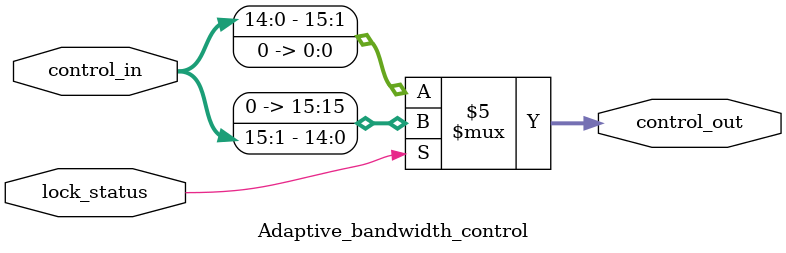
<source format=v>
module Adaptive_bandwidth_control (
    input wire lock_status,       // Lock signal
    input wire [15:0] control_in, // Control input from loop filter
    output reg [15:0] control_out // Output to DCO
);
    always @(*) begin
        if (lock_status)
            control_out = control_in >> 1; // Reduce bandwidth for fine-tuning
        else
            control_out = control_in << 1; // Increase bandwidth for faster acquisition
    end
endmodule

</source>
